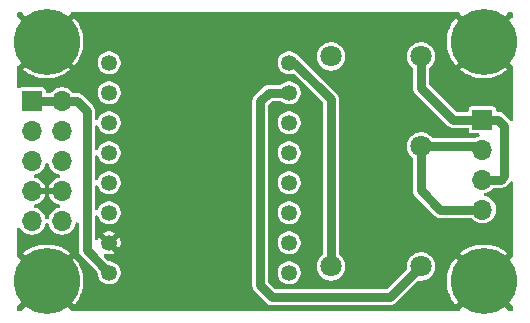
<source format=gbr>
%TF.GenerationSoftware,KiCad,Pcbnew,9.0.0*%
%TF.CreationDate,2025-07-05T14:51:00+02:00*%
%TF.ProjectId,pc-switch,70632d73-7769-4746-9368-2e6b69636164,rev?*%
%TF.SameCoordinates,Original*%
%TF.FileFunction,Copper,L1,Top*%
%TF.FilePolarity,Positive*%
%FSLAX46Y46*%
G04 Gerber Fmt 4.6, Leading zero omitted, Abs format (unit mm)*
G04 Created by KiCad (PCBNEW 9.0.0) date 2025-07-05 14:51:00*
%MOMM*%
%LPD*%
G01*
G04 APERTURE LIST*
%TA.AperFunction,ComponentPad*%
%ADD10R,1.700000X1.700000*%
%TD*%
%TA.AperFunction,ComponentPad*%
%ADD11O,1.700000X1.700000*%
%TD*%
%TA.AperFunction,ComponentPad*%
%ADD12C,5.600000*%
%TD*%
%TA.AperFunction,ComponentPad*%
%ADD13C,1.803400*%
%TD*%
%TA.AperFunction,ComponentPad*%
%ADD14C,1.348000*%
%TD*%
%TA.AperFunction,ViaPad*%
%ADD15C,0.600000*%
%TD*%
%TA.AperFunction,Conductor*%
%ADD16C,0.750000*%
%TD*%
G04 APERTURE END LIST*
D10*
%TO.P,J103,1,Pin_1*%
%TO.N,/SW_1*%
X153750000Y-83300000D03*
D11*
%TO.P,J103,2,Pin_2*%
%TO.N,/SW_0*%
X153750000Y-85840000D03*
%TO.P,J103,3,Pin_3*%
%TO.N,/SW_1*%
X153750000Y-88380000D03*
%TO.P,J103,4,Pin_4*%
%TO.N,/SW_0*%
X153750000Y-90920000D03*
%TD*%
D12*
%TO.P,H103,1,1*%
%TO.N,GND*%
X153850000Y-97000000D03*
%TD*%
%TO.P,H104,1,1*%
%TO.N,GND*%
X116850000Y-97000000D03*
%TD*%
%TO.P,H102,1,1*%
%TO.N,GND*%
X153850000Y-76700000D03*
%TD*%
%TO.P,H101,1,1*%
%TO.N,GND*%
X116850000Y-76700000D03*
%TD*%
D13*
%TO.P,U102,1,A1*%
%TO.N,Net-(U101-GPIO20)*%
X148552001Y-95735100D03*
%TO.P,U102,3,11*%
%TO.N,/SW_0*%
X148552001Y-85575100D03*
%TO.P,U102,5,14*%
%TO.N,/SW_1*%
X148552001Y-77955099D03*
%TO.P,U102,2,A2*%
%TO.N,Net-(U101-GPIO21)*%
X140932001Y-95735100D03*
%TO.P,U102,4,12*%
%TO.N,unconnected-(U102-12-Pad4)*%
X140932001Y-77955100D03*
%TD*%
D14*
%TO.P,U101,5,GPIO5*%
%TO.N,unconnected-(U101-GPIO5-Pad5)*%
X137380000Y-96270000D03*
%TO.P,U101,6,GPIO6*%
%TO.N,unconnected-(U101-GPIO6-Pad6)*%
X137380000Y-93730000D03*
%TO.P,U101,7,GPIO7*%
%TO.N,unconnected-(U101-GPIO7-Pad7)*%
X137380000Y-91190000D03*
%TO.P,U101,8,GPIO8*%
%TO.N,unconnected-(U101-GPIO8-Pad8)*%
X137380000Y-88650000D03*
%TO.P,U101,9,GPIO9*%
%TO.N,unconnected-(U101-GPIO9-Pad9)*%
X137380000Y-86110000D03*
%TO.P,U101,10,GPIO10*%
%TO.N,unconnected-(U101-GPIO10-Pad10)*%
X137380000Y-83570000D03*
%TO.P,U101,20,GPIO20*%
%TO.N,Net-(U101-GPIO20)*%
X137380000Y-81030000D03*
%TO.P,U101,21,GPIO21*%
%TO.N,Net-(U101-GPIO21)*%
X137380000Y-78490000D03*
%TO.P,U101,0,GPIO0*%
%TO.N,unconnected-(U101-GPIO0-Pad0)*%
X122140000Y-78490000D03*
%TO.P,U101,1,GPIO1*%
%TO.N,unconnected-(U101-GPIO1-Pad1)*%
X122140000Y-81030000D03*
%TO.P,U101,2,GPIO2*%
%TO.N,unconnected-(U101-GPIO2-Pad2)*%
X122140000Y-83570000D03*
%TO.P,U101,3,GPIO3*%
%TO.N,unconnected-(U101-GPIO3-Pad3)*%
X122140000Y-86110000D03*
%TO.P,U101,4,GPIO4*%
%TO.N,unconnected-(U101-GPIO4-Pad4)*%
X122140000Y-88650000D03*
%TO.P,U101,3.3,3V3*%
%TO.N,+3V3*%
X122140000Y-91190000D03*
%TO.P,U101,G,GND*%
%TO.N,GND*%
X122140000Y-93730000D03*
%TO.P,U101,5V,5V*%
%TO.N,+5V*%
X122140000Y-96270000D03*
%TD*%
D10*
%TO.P,J104,1,Pin_1*%
%TO.N,+5V*%
X115610000Y-81730000D03*
D11*
%TO.P,J104,2,Pin_2*%
X118150000Y-81730000D03*
%TO.P,J104,3,Pin_3*%
%TO.N,unconnected-(J104-Pin_3-Pad3)*%
X115610000Y-84270000D03*
%TO.P,J104,4,Pin_4*%
%TO.N,unconnected-(J104-Pin_4-Pad4)*%
X118150000Y-84270000D03*
%TO.P,J104,5,Pin_5*%
%TO.N,unconnected-(J104-Pin_5-Pad5)*%
X115610000Y-86810000D03*
%TO.P,J104,6,Pin_6*%
%TO.N,unconnected-(J104-Pin_6-Pad6)*%
X118150000Y-86810000D03*
%TO.P,J104,7,Pin_7*%
%TO.N,GND*%
X115610000Y-89350000D03*
%TO.P,J104,8,Pin_8*%
X118150000Y-89350000D03*
%TO.P,J104,9,Pin_9*%
%TO.N,unconnected-(J104-Pin_9-Pad9)*%
X115610000Y-91890000D03*
%TO.P,J104,10,Pin_10*%
%TO.N,unconnected-(J104-Pin_10-Pad10)*%
X118150000Y-91890000D03*
%TD*%
D15*
%TO.N,GND*%
X136150000Y-90000000D03*
X136200000Y-84800000D03*
%TD*%
D16*
%TO.N,/SW_0*%
X153720000Y-90950000D02*
X153750000Y-90920000D01*
X148552001Y-89302001D02*
X150200000Y-90950000D01*
X148552001Y-85575100D02*
X148552001Y-89302001D01*
X150200000Y-90950000D02*
X153720000Y-90950000D01*
%TO.N,/SW_1*%
X155600000Y-88100000D02*
X155600000Y-83850000D01*
X155320000Y-88380000D02*
X155600000Y-88100000D01*
X155600000Y-83850000D02*
X155050000Y-83300000D01*
X153750000Y-88380000D02*
X155320000Y-88380000D01*
X155050000Y-83300000D02*
X153750000Y-83300000D01*
%TO.N,/SW_0*%
X153485100Y-85575100D02*
X153750000Y-85840000D01*
X148552001Y-85575100D02*
X153485100Y-85575100D01*
%TO.N,/SW_1*%
X153750000Y-83300000D02*
X151250000Y-83300000D01*
X151250000Y-83300000D02*
X148552001Y-80602001D01*
X148552001Y-80602001D02*
X148552001Y-77955099D01*
%TO.N,Net-(U101-GPIO20)*%
X135670000Y-81030000D02*
X137380000Y-81030000D01*
X134950000Y-81750000D02*
X135670000Y-81030000D01*
X134950000Y-97350000D02*
X134950000Y-81750000D01*
X135950000Y-98350000D02*
X134950000Y-97350000D01*
X145937101Y-98350000D02*
X135950000Y-98350000D01*
X148552001Y-95735100D02*
X145937101Y-98350000D01*
%TO.N,Net-(U101-GPIO21)*%
X140932001Y-81582001D02*
X137840000Y-78490000D01*
X140932001Y-95735100D02*
X140932001Y-81582001D01*
X137840000Y-78490000D02*
X137380000Y-78490000D01*
%TO.N,+5V*%
X120250000Y-82550000D02*
X120250000Y-94380000D01*
X119430000Y-81730000D02*
X120250000Y-82550000D01*
X120250000Y-94380000D02*
X122140000Y-96270000D01*
X118150000Y-81730000D02*
X119430000Y-81730000D01*
X115610000Y-81730000D02*
X118150000Y-81730000D01*
%TD*%
%TA.AperFunction,Conductor*%
%TO.N,GND*%
G36*
X115629588Y-98042330D02*
G01*
X115807670Y-98220412D01*
X115909300Y-98294251D01*
X114835045Y-99368506D01*
X114830933Y-99383850D01*
X114823882Y-99417647D01*
X114821020Y-99420849D01*
X114819908Y-99425000D01*
X114795492Y-99449415D01*
X114772489Y-99475157D01*
X114768408Y-99476499D01*
X114765370Y-99479538D01*
X114732022Y-99488473D01*
X114699225Y-99499266D01*
X114690870Y-99499500D01*
X114499500Y-99499500D01*
X114425000Y-99479538D01*
X114370462Y-99425000D01*
X114350500Y-99350500D01*
X114350500Y-99159129D01*
X114370462Y-99084629D01*
X114425000Y-99030091D01*
X114481491Y-99014954D01*
X115555747Y-97940697D01*
X115629588Y-98042330D01*
G37*
%TD.AperFunction*%
%TA.AperFunction,Conductor*%
G36*
X151765370Y-74220462D02*
G01*
X151819908Y-74275000D01*
X151835044Y-74331491D01*
X152909301Y-75405748D01*
X152807670Y-75479588D01*
X152629588Y-75657670D01*
X152555748Y-75759301D01*
X151487240Y-74690793D01*
X151487239Y-74690793D01*
X151317774Y-74903294D01*
X151132532Y-75198107D01*
X150981462Y-75511806D01*
X150981459Y-75511815D01*
X150866461Y-75840461D01*
X150866460Y-75840463D01*
X150788984Y-76179907D01*
X150750000Y-76525908D01*
X150750000Y-76874091D01*
X150788984Y-77220092D01*
X150866460Y-77559536D01*
X150866461Y-77559538D01*
X150981459Y-77888184D01*
X150981462Y-77888193D01*
X151132532Y-78201892D01*
X151317775Y-78496706D01*
X151487240Y-78709205D01*
X152555747Y-77640697D01*
X152629588Y-77742330D01*
X152807670Y-77920412D01*
X152909300Y-77994251D01*
X151840793Y-79062758D01*
X151840793Y-79062759D01*
X152053293Y-79232224D01*
X152348107Y-79417467D01*
X152661806Y-79568537D01*
X152661815Y-79568540D01*
X152990461Y-79683538D01*
X152990463Y-79683539D01*
X153329907Y-79761015D01*
X153675908Y-79800000D01*
X154024092Y-79800000D01*
X154370092Y-79761015D01*
X154709536Y-79683539D01*
X154709538Y-79683538D01*
X155038184Y-79568540D01*
X155038193Y-79568537D01*
X155351892Y-79417467D01*
X155646706Y-79232224D01*
X155859205Y-79062759D01*
X155859205Y-79062758D01*
X154790698Y-77994251D01*
X154892330Y-77920412D01*
X155070412Y-77742330D01*
X155144251Y-77640698D01*
X156219656Y-78716103D01*
X156267647Y-78726117D01*
X156325157Y-78777510D01*
X156349266Y-78850774D01*
X156349500Y-78859129D01*
X156349500Y-83284481D01*
X156329538Y-83358981D01*
X156275000Y-83413519D01*
X156200500Y-83433481D01*
X156126000Y-83413519D01*
X156095141Y-83389840D01*
X155480609Y-82775308D01*
X155480606Y-82775305D01*
X155443727Y-82750663D01*
X155369973Y-82701382D01*
X155369964Y-82701377D01*
X155272494Y-82661004D01*
X155247036Y-82650459D01*
X155247034Y-82650458D01*
X155247033Y-82650458D01*
X155116531Y-82624500D01*
X155049499Y-82624500D01*
X154974999Y-82604538D01*
X154920461Y-82550000D01*
X154900499Y-82475500D01*
X154900499Y-82405133D01*
X154897585Y-82380010D01*
X154897584Y-82380008D01*
X154852206Y-82277235D01*
X154772765Y-82197794D01*
X154772764Y-82197793D01*
X154669994Y-82152416D01*
X154669991Y-82152415D01*
X154669982Y-82152414D01*
X154644865Y-82149500D01*
X154644859Y-82149500D01*
X152855133Y-82149500D01*
X152830010Y-82152414D01*
X152830007Y-82152415D01*
X152727235Y-82197793D01*
X152647793Y-82277235D01*
X152602416Y-82380005D01*
X152602415Y-82380008D01*
X152602415Y-82380009D01*
X152599500Y-82405135D01*
X152599500Y-82405136D01*
X152599500Y-82405140D01*
X152599500Y-82475500D01*
X152579538Y-82550000D01*
X152525000Y-82604538D01*
X152450500Y-82624500D01*
X151591519Y-82624500D01*
X151517019Y-82604538D01*
X151486160Y-82580859D01*
X149271142Y-80365841D01*
X149232578Y-80299046D01*
X149227501Y-80260482D01*
X149227501Y-79026238D01*
X149235530Y-78996272D01*
X149240383Y-78965634D01*
X149245399Y-78959439D01*
X149247463Y-78951738D01*
X149288918Y-78905696D01*
X149335181Y-78872085D01*
X149468987Y-78738279D01*
X149580214Y-78585189D01*
X149666123Y-78416583D01*
X149724598Y-78236615D01*
X149754201Y-78049714D01*
X149754201Y-77860484D01*
X149724598Y-77673583D01*
X149666123Y-77493615D01*
X149580214Y-77325009D01*
X149468987Y-77171919D01*
X149335181Y-77038113D01*
X149182091Y-76926886D01*
X149013485Y-76840977D01*
X149013480Y-76840975D01*
X149013475Y-76840973D01*
X148833519Y-76782502D01*
X148780116Y-76774044D01*
X148646616Y-76752899D01*
X148457386Y-76752899D01*
X148340572Y-76771400D01*
X148270482Y-76782502D01*
X148090526Y-76840973D01*
X148090511Y-76840980D01*
X147921909Y-76926887D01*
X147768830Y-77038106D01*
X147768829Y-77038107D01*
X147768821Y-77038113D01*
X147635015Y-77171919D01*
X147635012Y-77171922D01*
X147635008Y-77171928D01*
X147523789Y-77325007D01*
X147437882Y-77493609D01*
X147437875Y-77493624D01*
X147379404Y-77673580D01*
X147369984Y-77733054D01*
X147349801Y-77860484D01*
X147349801Y-78049714D01*
X147370877Y-78182779D01*
X147379404Y-78236617D01*
X147437875Y-78416573D01*
X147437877Y-78416578D01*
X147437879Y-78416583D01*
X147523788Y-78585189D01*
X147635015Y-78738279D01*
X147768821Y-78872085D01*
X147768824Y-78872087D01*
X147768826Y-78872089D01*
X147815080Y-78905694D01*
X147863619Y-78965633D01*
X147876501Y-79026238D01*
X147876501Y-80668532D01*
X147902459Y-80799034D01*
X147953378Y-80921965D01*
X147953383Y-80921974D01*
X147961435Y-80934024D01*
X148027306Y-81032607D01*
X150725305Y-83730606D01*
X150819394Y-83824695D01*
X150892984Y-83873866D01*
X150930029Y-83898619D01*
X150930028Y-83898619D01*
X150960607Y-83911285D01*
X151052964Y-83949541D01*
X151183469Y-83975500D01*
X151316531Y-83975500D01*
X152450501Y-83975500D01*
X152525001Y-83995462D01*
X152579539Y-84050000D01*
X152599501Y-84124500D01*
X152599501Y-84194866D01*
X152602414Y-84219989D01*
X152602415Y-84219992D01*
X152647793Y-84322764D01*
X152647794Y-84322765D01*
X152727235Y-84402206D01*
X152830009Y-84447585D01*
X152855135Y-84450500D01*
X153362596Y-84450499D01*
X153437094Y-84470461D01*
X153491632Y-84524999D01*
X153511594Y-84599499D01*
X153491632Y-84673999D01*
X153437094Y-84728537D01*
X153408638Y-84741206D01*
X153308364Y-84773786D01*
X153308363Y-84773787D01*
X153147004Y-84856005D01*
X153146997Y-84856009D01*
X153126166Y-84871144D01*
X153054161Y-84898784D01*
X153038587Y-84899600D01*
X149623141Y-84899600D01*
X149548641Y-84879638D01*
X149502598Y-84838181D01*
X149497898Y-84831712D01*
X149468987Y-84791920D01*
X149335181Y-84658114D01*
X149182091Y-84546887D01*
X149013485Y-84460978D01*
X149013480Y-84460976D01*
X149013475Y-84460974D01*
X148833519Y-84402503D01*
X148780116Y-84394045D01*
X148646616Y-84372900D01*
X148457386Y-84372900D01*
X148340572Y-84391401D01*
X148270482Y-84402503D01*
X148090526Y-84460974D01*
X148090511Y-84460981D01*
X147921909Y-84546888D01*
X147768830Y-84658107D01*
X147768819Y-84658116D01*
X147635017Y-84791918D01*
X147635008Y-84791929D01*
X147523789Y-84945008D01*
X147437882Y-85113610D01*
X147437875Y-85113625D01*
X147379404Y-85293581D01*
X147372652Y-85336211D01*
X147349801Y-85480485D01*
X147349801Y-85669715D01*
X147361963Y-85746499D01*
X147379404Y-85856618D01*
X147437875Y-86036574D01*
X147437877Y-86036579D01*
X147437879Y-86036584D01*
X147523788Y-86205190D01*
X147635015Y-86358280D01*
X147768821Y-86492086D01*
X147768824Y-86492088D01*
X147768826Y-86492090D01*
X147815080Y-86525695D01*
X147863619Y-86585634D01*
X147876501Y-86646239D01*
X147876501Y-89368532D01*
X147902459Y-89499034D01*
X147953378Y-89621965D01*
X147953383Y-89621974D01*
X147976792Y-89657007D01*
X148027306Y-89732607D01*
X149675305Y-91380606D01*
X149769394Y-91474695D01*
X149880031Y-91548620D01*
X149916037Y-91563534D01*
X150002964Y-91599541D01*
X150133469Y-91625500D01*
X152766728Y-91625500D01*
X152841228Y-91645462D01*
X152872087Y-91669141D01*
X152872447Y-91669501D01*
X153000499Y-91797553D01*
X153147006Y-91903996D01*
X153308361Y-91986211D01*
X153480591Y-92042171D01*
X153659454Y-92070500D01*
X153659458Y-92070500D01*
X153840542Y-92070500D01*
X153840546Y-92070500D01*
X154019409Y-92042171D01*
X154191639Y-91986211D01*
X154352994Y-91903996D01*
X154499501Y-91797553D01*
X154627553Y-91669501D01*
X154733996Y-91522994D01*
X154816211Y-91361639D01*
X154872171Y-91189409D01*
X154900500Y-91010546D01*
X154900500Y-90829454D01*
X154872171Y-90650591D01*
X154816211Y-90478361D01*
X154733996Y-90317006D01*
X154627553Y-90170499D01*
X154499501Y-90042447D01*
X154352994Y-89936004D01*
X154191639Y-89853789D01*
X154019408Y-89797828D01*
X154015223Y-89797166D01*
X153944762Y-89765796D01*
X153899427Y-89703398D01*
X153891364Y-89626693D01*
X153922734Y-89556232D01*
X153985132Y-89510897D01*
X154015223Y-89502834D01*
X154015362Y-89502811D01*
X154019409Y-89502171D01*
X154191639Y-89446211D01*
X154352994Y-89363996D01*
X154499501Y-89257553D01*
X154627553Y-89129501D01*
X154636695Y-89116917D01*
X154696636Y-89068381D01*
X154757237Y-89055500D01*
X155386531Y-89055500D01*
X155517036Y-89029541D01*
X155639969Y-88978620D01*
X155750606Y-88904695D01*
X156095141Y-88560160D01*
X156161936Y-88521596D01*
X156239064Y-88521596D01*
X156305859Y-88560160D01*
X156344423Y-88626955D01*
X156349500Y-88665519D01*
X156349500Y-94840869D01*
X156329538Y-94915369D01*
X156275000Y-94969907D01*
X156218508Y-94985043D01*
X155144251Y-96059300D01*
X155070412Y-95957670D01*
X154892330Y-95779588D01*
X154790697Y-95705747D01*
X155859205Y-94637240D01*
X155859205Y-94637239D01*
X155646706Y-94467775D01*
X155351892Y-94282532D01*
X155038193Y-94131462D01*
X155038184Y-94131459D01*
X154709538Y-94016461D01*
X154709536Y-94016460D01*
X154370092Y-93938984D01*
X154024092Y-93900000D01*
X153675908Y-93900000D01*
X153329907Y-93938984D01*
X152990463Y-94016460D01*
X152990461Y-94016461D01*
X152661815Y-94131459D01*
X152661806Y-94131462D01*
X152348107Y-94282532D01*
X152053294Y-94467774D01*
X151840793Y-94637239D01*
X151840793Y-94637240D01*
X152909301Y-95705748D01*
X152807670Y-95779588D01*
X152629588Y-95957670D01*
X152555748Y-96059301D01*
X151487240Y-94990793D01*
X151487239Y-94990793D01*
X151317774Y-95203294D01*
X151132532Y-95498107D01*
X150981462Y-95811806D01*
X150981459Y-95811815D01*
X150866461Y-96140461D01*
X150866460Y-96140463D01*
X150788984Y-96479907D01*
X150750000Y-96825908D01*
X150750000Y-97174091D01*
X150788984Y-97520092D01*
X150866460Y-97859536D01*
X150866461Y-97859538D01*
X150981459Y-98188184D01*
X150981462Y-98188193D01*
X151132532Y-98501892D01*
X151317775Y-98796706D01*
X151487240Y-99009205D01*
X152555747Y-97940697D01*
X152629588Y-98042330D01*
X152807670Y-98220412D01*
X152909300Y-98294251D01*
X151833895Y-99369656D01*
X151823882Y-99417647D01*
X151772489Y-99475157D01*
X151699225Y-99499266D01*
X151690870Y-99499500D01*
X119009129Y-99499500D01*
X118934629Y-99479538D01*
X118880091Y-99425000D01*
X118864953Y-99368506D01*
X117790698Y-98294251D01*
X117892330Y-98220412D01*
X118070412Y-98042330D01*
X118144251Y-97940698D01*
X119212758Y-99009205D01*
X119212759Y-99009205D01*
X119382224Y-98796706D01*
X119567467Y-98501892D01*
X119718537Y-98188193D01*
X119718540Y-98188184D01*
X119833538Y-97859538D01*
X119833539Y-97859536D01*
X119911015Y-97520092D01*
X119950000Y-97174091D01*
X119950000Y-96825908D01*
X119911015Y-96479907D01*
X119833539Y-96140463D01*
X119833538Y-96140461D01*
X119718540Y-95811815D01*
X119718537Y-95811806D01*
X119567467Y-95498107D01*
X119382224Y-95203293D01*
X119212758Y-94990793D01*
X118144250Y-96059300D01*
X118070412Y-95957670D01*
X117892330Y-95779588D01*
X117790697Y-95705747D01*
X118859205Y-94637240D01*
X118859205Y-94637239D01*
X118646706Y-94467775D01*
X118351892Y-94282532D01*
X118038193Y-94131462D01*
X118038184Y-94131459D01*
X117709538Y-94016461D01*
X117709536Y-94016460D01*
X117370092Y-93938984D01*
X117024092Y-93900000D01*
X116675908Y-93900000D01*
X116329907Y-93938984D01*
X115990463Y-94016460D01*
X115990461Y-94016461D01*
X115661815Y-94131459D01*
X115661806Y-94131462D01*
X115348107Y-94282532D01*
X115053294Y-94467774D01*
X114840793Y-94637239D01*
X114840793Y-94637240D01*
X115909301Y-95705748D01*
X115807670Y-95779588D01*
X115629588Y-95957670D01*
X115555748Y-96059301D01*
X114481490Y-94985043D01*
X114466150Y-94980933D01*
X114432350Y-94973880D01*
X114429148Y-94971018D01*
X114425000Y-94969907D01*
X114400585Y-94945492D01*
X114374841Y-94922485D01*
X114373498Y-94918405D01*
X114370462Y-94915369D01*
X114361526Y-94882019D01*
X114350734Y-94849221D01*
X114350500Y-94840869D01*
X114350500Y-92571726D01*
X114370462Y-92497226D01*
X114425000Y-92442688D01*
X114499500Y-92422726D01*
X114574000Y-92442688D01*
X114621536Y-92489003D01*
X114622563Y-92488258D01*
X114626004Y-92492994D01*
X114732447Y-92639501D01*
X114860499Y-92767553D01*
X115007006Y-92873996D01*
X115168361Y-92956211D01*
X115340591Y-93012171D01*
X115519454Y-93040500D01*
X115519458Y-93040500D01*
X115700542Y-93040500D01*
X115700546Y-93040500D01*
X115879409Y-93012171D01*
X116051639Y-92956211D01*
X116212994Y-92873996D01*
X116359501Y-92767553D01*
X116487553Y-92639501D01*
X116593996Y-92492994D01*
X116676211Y-92331639D01*
X116732171Y-92159409D01*
X116732834Y-92155223D01*
X116764204Y-92084762D01*
X116826602Y-92039427D01*
X116903307Y-92031364D01*
X116973768Y-92062734D01*
X117019103Y-92125132D01*
X117027166Y-92155223D01*
X117027828Y-92159408D01*
X117083789Y-92331639D01*
X117163970Y-92489003D01*
X117166005Y-92492995D01*
X117166005Y-92492996D01*
X117219225Y-92566247D01*
X117272447Y-92639501D01*
X117400499Y-92767553D01*
X117547006Y-92873996D01*
X117708361Y-92956211D01*
X117880591Y-93012171D01*
X118059454Y-93040500D01*
X118059458Y-93040500D01*
X118240542Y-93040500D01*
X118240546Y-93040500D01*
X118419409Y-93012171D01*
X118591639Y-92956211D01*
X118752994Y-92873996D01*
X118899501Y-92767553D01*
X119027553Y-92639501D01*
X119133996Y-92492994D01*
X119216211Y-92331639D01*
X119272171Y-92159409D01*
X119278334Y-92120493D01*
X119309705Y-92050035D01*
X119372102Y-92004700D01*
X119448808Y-91996637D01*
X119519268Y-92028008D01*
X119564603Y-92090405D01*
X119574500Y-92143803D01*
X119574500Y-94446531D01*
X119599820Y-94573827D01*
X119600459Y-94577036D01*
X119607135Y-94593152D01*
X119651377Y-94699964D01*
X119651382Y-94699973D01*
X119678047Y-94739879D01*
X119725305Y-94810606D01*
X119725308Y-94810609D01*
X121121859Y-96207160D01*
X121160423Y-96273955D01*
X121165500Y-96312519D01*
X121165500Y-96365983D01*
X121202949Y-96554250D01*
X121202950Y-96554252D01*
X121276405Y-96731591D01*
X121276409Y-96731599D01*
X121297598Y-96763311D01*
X121383057Y-96891207D01*
X121518793Y-97026943D01*
X121678401Y-97133591D01*
X121855749Y-97207050D01*
X122044020Y-97244500D01*
X122044024Y-97244500D01*
X122235976Y-97244500D01*
X122235980Y-97244500D01*
X122424251Y-97207050D01*
X122601599Y-97133591D01*
X122761207Y-97026943D01*
X122896943Y-96891207D01*
X123003591Y-96731599D01*
X123077050Y-96554251D01*
X123114500Y-96365980D01*
X123114500Y-96174020D01*
X123077050Y-95985749D01*
X123030733Y-95873929D01*
X123003594Y-95808408D01*
X123003593Y-95808406D01*
X123003591Y-95808401D01*
X122896943Y-95648793D01*
X122761207Y-95513057D01*
X122672200Y-95453584D01*
X122601599Y-95406409D01*
X122601591Y-95406405D01*
X122424252Y-95332950D01*
X122424250Y-95332949D01*
X122235983Y-95295500D01*
X122235980Y-95295500D01*
X122182519Y-95295500D01*
X122108019Y-95275538D01*
X122077160Y-95251859D01*
X121748804Y-94923503D01*
X121710240Y-94856708D01*
X121710240Y-94779580D01*
X121748804Y-94712785D01*
X121815599Y-94674221D01*
X121883232Y-94672007D01*
X122044070Y-94704000D01*
X122235931Y-94704000D01*
X122424102Y-94666570D01*
X122424106Y-94666569D01*
X122601352Y-94593152D01*
X122601362Y-94593147D01*
X122630274Y-94573827D01*
X122204089Y-94147643D01*
X122302114Y-94121378D01*
X122397886Y-94066084D01*
X122476084Y-93987886D01*
X122531378Y-93892114D01*
X122557643Y-93794090D01*
X122983827Y-94220274D01*
X123003147Y-94191362D01*
X123003152Y-94191352D01*
X123076569Y-94014106D01*
X123076570Y-94014102D01*
X123114000Y-93825931D01*
X123114000Y-93634068D01*
X123076570Y-93445897D01*
X123076569Y-93445893D01*
X123003150Y-93268641D01*
X122983827Y-93239724D01*
X122557642Y-93665908D01*
X122531378Y-93567886D01*
X122476084Y-93472114D01*
X122397886Y-93393916D01*
X122302114Y-93338622D01*
X122204089Y-93312356D01*
X122630274Y-92886171D01*
X122630274Y-92886170D01*
X122601364Y-92866852D01*
X122424102Y-92793429D01*
X122235931Y-92756000D01*
X122044069Y-92756000D01*
X121855897Y-92793429D01*
X121678640Y-92866851D01*
X121678630Y-92866856D01*
X121649724Y-92886170D01*
X122075910Y-93312356D01*
X121977886Y-93338622D01*
X121882114Y-93393916D01*
X121803916Y-93472114D01*
X121748622Y-93567886D01*
X121722356Y-93665910D01*
X121296170Y-93239724D01*
X121276856Y-93268630D01*
X121276851Y-93268640D01*
X121212158Y-93424824D01*
X121165206Y-93486014D01*
X121093949Y-93515529D01*
X121017480Y-93505462D01*
X120956290Y-93458510D01*
X120926775Y-93387253D01*
X120925500Y-93367804D01*
X120925500Y-91553500D01*
X120945462Y-91479000D01*
X121000000Y-91424462D01*
X121074500Y-91404500D01*
X121149000Y-91424462D01*
X121203538Y-91479000D01*
X121212158Y-91496481D01*
X121276405Y-91651591D01*
X121276409Y-91651599D01*
X121375203Y-91799454D01*
X121383057Y-91811207D01*
X121518793Y-91946943D01*
X121678401Y-92053591D01*
X121855749Y-92127050D01*
X122044020Y-92164500D01*
X122044024Y-92164500D01*
X122235976Y-92164500D01*
X122235980Y-92164500D01*
X122424251Y-92127050D01*
X122601599Y-92053591D01*
X122761207Y-91946943D01*
X122896943Y-91811207D01*
X123003591Y-91651599D01*
X123077050Y-91474251D01*
X123114500Y-91285980D01*
X123114500Y-91094020D01*
X123077050Y-90905749D01*
X123003591Y-90728401D01*
X122896943Y-90568793D01*
X122761207Y-90433057D01*
X122601599Y-90326409D01*
X122601591Y-90326405D01*
X122424252Y-90252950D01*
X122424250Y-90252949D01*
X122235983Y-90215500D01*
X122235980Y-90215500D01*
X122044020Y-90215500D01*
X122044016Y-90215500D01*
X121855749Y-90252949D01*
X121855747Y-90252950D01*
X121678408Y-90326405D01*
X121678400Y-90326409D01*
X121518796Y-90433054D01*
X121518791Y-90433058D01*
X121383058Y-90568791D01*
X121383054Y-90568796D01*
X121276409Y-90728400D01*
X121276405Y-90728408D01*
X121212158Y-90883518D01*
X121165206Y-90944708D01*
X121093949Y-90974224D01*
X121017481Y-90964157D01*
X120956291Y-90917205D01*
X120926775Y-90845948D01*
X120925500Y-90826499D01*
X120925500Y-89013500D01*
X120945462Y-88939000D01*
X121000000Y-88884462D01*
X121074500Y-88864500D01*
X121149000Y-88884462D01*
X121203538Y-88939000D01*
X121212158Y-88956481D01*
X121276405Y-89111591D01*
X121276409Y-89111599D01*
X121373933Y-89257553D01*
X121383057Y-89271207D01*
X121518793Y-89406943D01*
X121678401Y-89513591D01*
X121855749Y-89587050D01*
X122044020Y-89624500D01*
X122044024Y-89624500D01*
X122235976Y-89624500D01*
X122235980Y-89624500D01*
X122424251Y-89587050D01*
X122601599Y-89513591D01*
X122761207Y-89406943D01*
X122896943Y-89271207D01*
X123003591Y-89111599D01*
X123077050Y-88934251D01*
X123114500Y-88745980D01*
X123114500Y-88554020D01*
X123077050Y-88365749D01*
X123003591Y-88188401D01*
X122896943Y-88028793D01*
X122761207Y-87893057D01*
X122735995Y-87876211D01*
X122601599Y-87786409D01*
X122601591Y-87786405D01*
X122424252Y-87712950D01*
X122424250Y-87712949D01*
X122235983Y-87675500D01*
X122235980Y-87675500D01*
X122044020Y-87675500D01*
X122044016Y-87675500D01*
X121855749Y-87712949D01*
X121855747Y-87712950D01*
X121678408Y-87786405D01*
X121678400Y-87786409D01*
X121518796Y-87893054D01*
X121518791Y-87893058D01*
X121383058Y-88028791D01*
X121383054Y-88028796D01*
X121276409Y-88188400D01*
X121276405Y-88188408D01*
X121212158Y-88343518D01*
X121165206Y-88404708D01*
X121093949Y-88434224D01*
X121017481Y-88424157D01*
X120956291Y-88377205D01*
X120926775Y-88305948D01*
X120925500Y-88286499D01*
X120925500Y-86473500D01*
X120945462Y-86399000D01*
X121000000Y-86344462D01*
X121074500Y-86324500D01*
X121149000Y-86344462D01*
X121203538Y-86399000D01*
X121212158Y-86416481D01*
X121276405Y-86571591D01*
X121276409Y-86571599D01*
X121375203Y-86719454D01*
X121383057Y-86731207D01*
X121518793Y-86866943D01*
X121678401Y-86973591D01*
X121855749Y-87047050D01*
X122044020Y-87084500D01*
X122044024Y-87084500D01*
X122235976Y-87084500D01*
X122235980Y-87084500D01*
X122424251Y-87047050D01*
X122601599Y-86973591D01*
X122761207Y-86866943D01*
X122896943Y-86731207D01*
X123003591Y-86571599D01*
X123077050Y-86394251D01*
X123114500Y-86205980D01*
X123114500Y-86014020D01*
X123077050Y-85825749D01*
X123016308Y-85679104D01*
X123003594Y-85648408D01*
X123003593Y-85648406D01*
X123003591Y-85648401D01*
X122896943Y-85488793D01*
X122761207Y-85353057D01*
X122735995Y-85336211D01*
X122601599Y-85246409D01*
X122601591Y-85246405D01*
X122424252Y-85172950D01*
X122424250Y-85172949D01*
X122235983Y-85135500D01*
X122235980Y-85135500D01*
X122044020Y-85135500D01*
X122044016Y-85135500D01*
X121855749Y-85172949D01*
X121855747Y-85172950D01*
X121678408Y-85246405D01*
X121678400Y-85246409D01*
X121518796Y-85353054D01*
X121518791Y-85353058D01*
X121383058Y-85488791D01*
X121383054Y-85488796D01*
X121276409Y-85648400D01*
X121276405Y-85648408D01*
X121212158Y-85803518D01*
X121165206Y-85864708D01*
X121093949Y-85894224D01*
X121017481Y-85884157D01*
X120956291Y-85837205D01*
X120926775Y-85765948D01*
X120925500Y-85746499D01*
X120925500Y-83933500D01*
X120945462Y-83859000D01*
X121000000Y-83804462D01*
X121074500Y-83784500D01*
X121149000Y-83804462D01*
X121203538Y-83859000D01*
X121212158Y-83876481D01*
X121276405Y-84031591D01*
X121276409Y-84031599D01*
X121375203Y-84179454D01*
X121383057Y-84191207D01*
X121518793Y-84326943D01*
X121678401Y-84433591D01*
X121678406Y-84433593D01*
X121678408Y-84433594D01*
X121712186Y-84447585D01*
X121855749Y-84507050D01*
X122044020Y-84544500D01*
X122044024Y-84544500D01*
X122235976Y-84544500D01*
X122235980Y-84544500D01*
X122424251Y-84507050D01*
X122601599Y-84433591D01*
X122761207Y-84326943D01*
X122896943Y-84191207D01*
X123003591Y-84031599D01*
X123077050Y-83854251D01*
X123114500Y-83665980D01*
X123114500Y-83474020D01*
X123077050Y-83285749D01*
X123003591Y-83108401D01*
X122896943Y-82948793D01*
X122761207Y-82813057D01*
X122747221Y-82803712D01*
X122601599Y-82706409D01*
X122601591Y-82706405D01*
X122424252Y-82632950D01*
X122424250Y-82632949D01*
X122235983Y-82595500D01*
X122235980Y-82595500D01*
X122044020Y-82595500D01*
X122044016Y-82595500D01*
X121855749Y-82632949D01*
X121855747Y-82632950D01*
X121678408Y-82706405D01*
X121678400Y-82706409D01*
X121518796Y-82813054D01*
X121518791Y-82813058D01*
X121383058Y-82948791D01*
X121383054Y-82948796D01*
X121276409Y-83108400D01*
X121276405Y-83108408D01*
X121212158Y-83263518D01*
X121165206Y-83324708D01*
X121093949Y-83354224D01*
X121017481Y-83344157D01*
X120956291Y-83297205D01*
X120926775Y-83225948D01*
X120925500Y-83206499D01*
X120925500Y-82483473D01*
X120925499Y-82483465D01*
X120924710Y-82479501D01*
X120899540Y-82352964D01*
X120848620Y-82230031D01*
X120774695Y-82119394D01*
X120680606Y-82025305D01*
X119860606Y-81205305D01*
X119823727Y-81180663D01*
X119749973Y-81131382D01*
X119749964Y-81131377D01*
X119652494Y-81091004D01*
X119627036Y-81080459D01*
X119627034Y-81080458D01*
X119627033Y-81080458D01*
X119588718Y-81072837D01*
X119496531Y-81054500D01*
X119157237Y-81054500D01*
X119082737Y-81034538D01*
X119036695Y-80993082D01*
X119027557Y-80980505D01*
X119027553Y-80980499D01*
X118981070Y-80934016D01*
X121165500Y-80934016D01*
X121165500Y-81125983D01*
X121202949Y-81314250D01*
X121202950Y-81314252D01*
X121276405Y-81491591D01*
X121276409Y-81491599D01*
X121383057Y-81651207D01*
X121518793Y-81786943D01*
X121678401Y-81893591D01*
X121855749Y-81967050D01*
X122044020Y-82004500D01*
X122044024Y-82004500D01*
X122235976Y-82004500D01*
X122235980Y-82004500D01*
X122424251Y-81967050D01*
X122601599Y-81893591D01*
X122761207Y-81786943D01*
X122864683Y-81683467D01*
X134274500Y-81683467D01*
X134274500Y-97416531D01*
X134300458Y-97547033D01*
X134351377Y-97669964D01*
X134351382Y-97669973D01*
X134400663Y-97743727D01*
X134425305Y-97780606D01*
X135425305Y-98780606D01*
X135519394Y-98874695D01*
X135630031Y-98948620D01*
X135666037Y-98963534D01*
X135752964Y-98999541D01*
X135883469Y-99025500D01*
X146003632Y-99025500D01*
X146134137Y-98999541D01*
X146257070Y-98948620D01*
X146367707Y-98874695D01*
X148272242Y-96970158D01*
X148339035Y-96931596D01*
X148400907Y-96928354D01*
X148457386Y-96937300D01*
X148646611Y-96937300D01*
X148646616Y-96937300D01*
X148833517Y-96907697D01*
X149013485Y-96849222D01*
X149182091Y-96763313D01*
X149335181Y-96652086D01*
X149468987Y-96518280D01*
X149580214Y-96365190D01*
X149666123Y-96196584D01*
X149724598Y-96016616D01*
X149754201Y-95829715D01*
X149754201Y-95640485D01*
X149724598Y-95453584D01*
X149673234Y-95295500D01*
X149666126Y-95273625D01*
X149666125Y-95273624D01*
X149666123Y-95273616D01*
X149580214Y-95105010D01*
X149468987Y-94951920D01*
X149335181Y-94818114D01*
X149182091Y-94706887D01*
X149013485Y-94620978D01*
X149013480Y-94620976D01*
X149013475Y-94620974D01*
X148833519Y-94562503D01*
X148780116Y-94554045D01*
X148646616Y-94532900D01*
X148457386Y-94532900D01*
X148340572Y-94551401D01*
X148270482Y-94562503D01*
X148090526Y-94620974D01*
X148090511Y-94620981D01*
X147921909Y-94706888D01*
X147768830Y-94818107D01*
X147768819Y-94818116D01*
X147635017Y-94951918D01*
X147635008Y-94951929D01*
X147523789Y-95105008D01*
X147437882Y-95273610D01*
X147437875Y-95273625D01*
X147379404Y-95453581D01*
X147379404Y-95453584D01*
X147349801Y-95640485D01*
X147349801Y-95640489D01*
X147349801Y-95829715D01*
X147358746Y-95886189D01*
X147350685Y-95962895D01*
X147316940Y-96014858D01*
X145700941Y-97630859D01*
X145634146Y-97669423D01*
X145595582Y-97674500D01*
X136291519Y-97674500D01*
X136217019Y-97654538D01*
X136186160Y-97630859D01*
X135669141Y-97113840D01*
X135630577Y-97047045D01*
X135625500Y-97008481D01*
X135625500Y-96174016D01*
X136405500Y-96174016D01*
X136405500Y-96365983D01*
X136442949Y-96554250D01*
X136442950Y-96554252D01*
X136516405Y-96731591D01*
X136516409Y-96731599D01*
X136537598Y-96763311D01*
X136623057Y-96891207D01*
X136758793Y-97026943D01*
X136918401Y-97133591D01*
X137095749Y-97207050D01*
X137284020Y-97244500D01*
X137284024Y-97244500D01*
X137475976Y-97244500D01*
X137475980Y-97244500D01*
X137664251Y-97207050D01*
X137841599Y-97133591D01*
X138001207Y-97026943D01*
X138136943Y-96891207D01*
X138243591Y-96731599D01*
X138317050Y-96554251D01*
X138354500Y-96365980D01*
X138354500Y-96174020D01*
X138317050Y-95985749D01*
X138270733Y-95873929D01*
X138243594Y-95808408D01*
X138243593Y-95808406D01*
X138243591Y-95808401D01*
X138136943Y-95648793D01*
X138001207Y-95513057D01*
X137912200Y-95453584D01*
X137841599Y-95406409D01*
X137841591Y-95406405D01*
X137664252Y-95332950D01*
X137664250Y-95332949D01*
X137475983Y-95295500D01*
X137475980Y-95295500D01*
X137284020Y-95295500D01*
X137284016Y-95295500D01*
X137095749Y-95332949D01*
X137095747Y-95332950D01*
X136918408Y-95406405D01*
X136918400Y-95406409D01*
X136758796Y-95513054D01*
X136758791Y-95513058D01*
X136623058Y-95648791D01*
X136623054Y-95648796D01*
X136516409Y-95808400D01*
X136516405Y-95808408D01*
X136442950Y-95985747D01*
X136442949Y-95985749D01*
X136405500Y-96174016D01*
X135625500Y-96174016D01*
X135625500Y-93634016D01*
X136405500Y-93634016D01*
X136405500Y-93825983D01*
X136442949Y-94014250D01*
X136442950Y-94014252D01*
X136516405Y-94191591D01*
X136516409Y-94191599D01*
X136623057Y-94351207D01*
X136758793Y-94486943D01*
X136918401Y-94593591D01*
X137095749Y-94667050D01*
X137284020Y-94704500D01*
X137284024Y-94704500D01*
X137475976Y-94704500D01*
X137475980Y-94704500D01*
X137664251Y-94667050D01*
X137841599Y-94593591D01*
X138001207Y-94486943D01*
X138136943Y-94351207D01*
X138243591Y-94191599D01*
X138317050Y-94014251D01*
X138354500Y-93825980D01*
X138354500Y-93634020D01*
X138317050Y-93445749D01*
X138260822Y-93310000D01*
X138243594Y-93268408D01*
X138243593Y-93268406D01*
X138243591Y-93268401D01*
X138136943Y-93108793D01*
X138001207Y-92973057D01*
X137975995Y-92956211D01*
X137841599Y-92866409D01*
X137841591Y-92866405D01*
X137664252Y-92792950D01*
X137664250Y-92792949D01*
X137475983Y-92755500D01*
X137475980Y-92755500D01*
X137284020Y-92755500D01*
X137284016Y-92755500D01*
X137095749Y-92792949D01*
X137095747Y-92792950D01*
X136918408Y-92866405D01*
X136918400Y-92866409D01*
X136758796Y-92973054D01*
X136758791Y-92973058D01*
X136623058Y-93108791D01*
X136623054Y-93108796D01*
X136516409Y-93268400D01*
X136516405Y-93268408D01*
X136442950Y-93445747D01*
X136442949Y-93445749D01*
X136405500Y-93634016D01*
X135625500Y-93634016D01*
X135625500Y-91094016D01*
X136405500Y-91094016D01*
X136405500Y-91285983D01*
X136442949Y-91474250D01*
X136442950Y-91474252D01*
X136516405Y-91651591D01*
X136516409Y-91651599D01*
X136615203Y-91799454D01*
X136623057Y-91811207D01*
X136758793Y-91946943D01*
X136918401Y-92053591D01*
X137095749Y-92127050D01*
X137284020Y-92164500D01*
X137284024Y-92164500D01*
X137475976Y-92164500D01*
X137475980Y-92164500D01*
X137664251Y-92127050D01*
X137841599Y-92053591D01*
X138001207Y-91946943D01*
X138136943Y-91811207D01*
X138243591Y-91651599D01*
X138317050Y-91474251D01*
X138354500Y-91285980D01*
X138354500Y-91094020D01*
X138317050Y-90905749D01*
X138243591Y-90728401D01*
X138136943Y-90568793D01*
X138001207Y-90433057D01*
X137841599Y-90326409D01*
X137841591Y-90326405D01*
X137664252Y-90252950D01*
X137664250Y-90252949D01*
X137475983Y-90215500D01*
X137475980Y-90215500D01*
X137284020Y-90215500D01*
X137284016Y-90215500D01*
X137095749Y-90252949D01*
X137095747Y-90252950D01*
X136918408Y-90326405D01*
X136918400Y-90326409D01*
X136758796Y-90433054D01*
X136758791Y-90433058D01*
X136623058Y-90568791D01*
X136623054Y-90568796D01*
X136516409Y-90728400D01*
X136516405Y-90728408D01*
X136442950Y-90905747D01*
X136442949Y-90905749D01*
X136405500Y-91094016D01*
X135625500Y-91094016D01*
X135625500Y-88554016D01*
X136405500Y-88554016D01*
X136405500Y-88745983D01*
X136442949Y-88934250D01*
X136442950Y-88934252D01*
X136516405Y-89111591D01*
X136516409Y-89111599D01*
X136613933Y-89257553D01*
X136623057Y-89271207D01*
X136758793Y-89406943D01*
X136918401Y-89513591D01*
X137095749Y-89587050D01*
X137284020Y-89624500D01*
X137284024Y-89624500D01*
X137475976Y-89624500D01*
X137475980Y-89624500D01*
X137664251Y-89587050D01*
X137841599Y-89513591D01*
X138001207Y-89406943D01*
X138136943Y-89271207D01*
X138243591Y-89111599D01*
X138317050Y-88934251D01*
X138354500Y-88745980D01*
X138354500Y-88554020D01*
X138317050Y-88365749D01*
X138243591Y-88188401D01*
X138136943Y-88028793D01*
X138001207Y-87893057D01*
X137975995Y-87876211D01*
X137841599Y-87786409D01*
X137841591Y-87786405D01*
X137664252Y-87712950D01*
X137664250Y-87712949D01*
X137475983Y-87675500D01*
X137475980Y-87675500D01*
X137284020Y-87675500D01*
X137284016Y-87675500D01*
X137095749Y-87712949D01*
X137095747Y-87712950D01*
X136918408Y-87786405D01*
X136918400Y-87786409D01*
X136758796Y-87893054D01*
X136758791Y-87893058D01*
X136623058Y-88028791D01*
X136623054Y-88028796D01*
X136516409Y-88188400D01*
X136516405Y-88188408D01*
X136442950Y-88365747D01*
X136442949Y-88365749D01*
X136405500Y-88554016D01*
X135625500Y-88554016D01*
X135625500Y-86014016D01*
X136405500Y-86014016D01*
X136405500Y-86205983D01*
X136442949Y-86394250D01*
X136442950Y-86394252D01*
X136516405Y-86571591D01*
X136516409Y-86571599D01*
X136615203Y-86719454D01*
X136623057Y-86731207D01*
X136758793Y-86866943D01*
X136918401Y-86973591D01*
X137095749Y-87047050D01*
X137284020Y-87084500D01*
X137284024Y-87084500D01*
X137475976Y-87084500D01*
X137475980Y-87084500D01*
X137664251Y-87047050D01*
X137841599Y-86973591D01*
X138001207Y-86866943D01*
X138136943Y-86731207D01*
X138243591Y-86571599D01*
X138317050Y-86394251D01*
X138354500Y-86205980D01*
X138354500Y-86014020D01*
X138317050Y-85825749D01*
X138256308Y-85679104D01*
X138243594Y-85648408D01*
X138243593Y-85648406D01*
X138243591Y-85648401D01*
X138136943Y-85488793D01*
X138001207Y-85353057D01*
X137975995Y-85336211D01*
X137841599Y-85246409D01*
X137841591Y-85246405D01*
X137664252Y-85172950D01*
X137664250Y-85172949D01*
X137475983Y-85135500D01*
X137475980Y-85135500D01*
X137284020Y-85135500D01*
X137284016Y-85135500D01*
X137095749Y-85172949D01*
X137095747Y-85172950D01*
X136918408Y-85246405D01*
X136918400Y-85246409D01*
X136758796Y-85353054D01*
X136758791Y-85353058D01*
X136623058Y-85488791D01*
X136623054Y-85488796D01*
X136516409Y-85648400D01*
X136516405Y-85648408D01*
X136442950Y-85825747D01*
X136442949Y-85825749D01*
X136405500Y-86014016D01*
X135625500Y-86014016D01*
X135625500Y-83474016D01*
X136405500Y-83474016D01*
X136405500Y-83665983D01*
X136442949Y-83854250D01*
X136442950Y-83854252D01*
X136516405Y-84031591D01*
X136516409Y-84031599D01*
X136615203Y-84179454D01*
X136623057Y-84191207D01*
X136758793Y-84326943D01*
X136918401Y-84433591D01*
X136918406Y-84433593D01*
X136918408Y-84433594D01*
X136952186Y-84447585D01*
X137095749Y-84507050D01*
X137284020Y-84544500D01*
X137284024Y-84544500D01*
X137475976Y-84544500D01*
X137475980Y-84544500D01*
X137664251Y-84507050D01*
X137841599Y-84433591D01*
X138001207Y-84326943D01*
X138136943Y-84191207D01*
X138243591Y-84031599D01*
X138317050Y-83854251D01*
X138354500Y-83665980D01*
X138354500Y-83474020D01*
X138317050Y-83285749D01*
X138243591Y-83108401D01*
X138136943Y-82948793D01*
X138001207Y-82813057D01*
X137987221Y-82803712D01*
X137841599Y-82706409D01*
X137841591Y-82706405D01*
X137664252Y-82632950D01*
X137664250Y-82632949D01*
X137475983Y-82595500D01*
X137475980Y-82595500D01*
X137284020Y-82595500D01*
X137284016Y-82595500D01*
X137095749Y-82632949D01*
X137095747Y-82632950D01*
X136918408Y-82706405D01*
X136918400Y-82706409D01*
X136758796Y-82813054D01*
X136758791Y-82813058D01*
X136623058Y-82948791D01*
X136623054Y-82948796D01*
X136516409Y-83108400D01*
X136516405Y-83108408D01*
X136442950Y-83285747D01*
X136442949Y-83285749D01*
X136405500Y-83474016D01*
X135625500Y-83474016D01*
X135625500Y-82091519D01*
X135645462Y-82017019D01*
X135669141Y-81986160D01*
X135906160Y-81749141D01*
X135972955Y-81710577D01*
X136011519Y-81705500D01*
X136615632Y-81705500D01*
X136690132Y-81725462D01*
X136720991Y-81749141D01*
X136758793Y-81786943D01*
X136918401Y-81893591D01*
X137095749Y-81967050D01*
X137284020Y-82004500D01*
X137284024Y-82004500D01*
X137475976Y-82004500D01*
X137475980Y-82004500D01*
X137664251Y-81967050D01*
X137841599Y-81893591D01*
X138001207Y-81786943D01*
X138136943Y-81651207D01*
X138243591Y-81491599D01*
X138317050Y-81314251D01*
X138354500Y-81125980D01*
X138354500Y-80934020D01*
X138317050Y-80745749D01*
X138243591Y-80568401D01*
X138136943Y-80408793D01*
X138001207Y-80273057D01*
X137982387Y-80260482D01*
X137841599Y-80166409D01*
X137841591Y-80166405D01*
X137664252Y-80092950D01*
X137664250Y-80092949D01*
X137475983Y-80055500D01*
X137475980Y-80055500D01*
X137284020Y-80055500D01*
X137284016Y-80055500D01*
X137095749Y-80092949D01*
X137095747Y-80092950D01*
X136918408Y-80166405D01*
X136918400Y-80166409D01*
X136758796Y-80273054D01*
X136758791Y-80273058D01*
X136720991Y-80310859D01*
X136654196Y-80349423D01*
X136615632Y-80354500D01*
X135603469Y-80354500D01*
X135472965Y-80380458D01*
X135472963Y-80380459D01*
X135404560Y-80408792D01*
X135404561Y-80408793D01*
X135350026Y-80431382D01*
X135291708Y-80470350D01*
X135291706Y-80470352D01*
X135239395Y-80505304D01*
X135239393Y-80505305D01*
X134425308Y-81319390D01*
X134425304Y-81319395D01*
X134351382Y-81430026D01*
X134351377Y-81430035D01*
X134300459Y-81552963D01*
X134300458Y-81552965D01*
X134278478Y-81663469D01*
X134274500Y-81683467D01*
X122864683Y-81683467D01*
X122896943Y-81651207D01*
X123003591Y-81491599D01*
X123077050Y-81314251D01*
X123114500Y-81125980D01*
X123114500Y-80934020D01*
X123077050Y-80745749D01*
X123003591Y-80568401D01*
X122896943Y-80408793D01*
X122761207Y-80273057D01*
X122742387Y-80260482D01*
X122601599Y-80166409D01*
X122601591Y-80166405D01*
X122424252Y-80092950D01*
X122424250Y-80092949D01*
X122235983Y-80055500D01*
X122235980Y-80055500D01*
X122044020Y-80055500D01*
X122044016Y-80055500D01*
X121855749Y-80092949D01*
X121855747Y-80092950D01*
X121678408Y-80166405D01*
X121678400Y-80166409D01*
X121518796Y-80273054D01*
X121518791Y-80273058D01*
X121383058Y-80408791D01*
X121383057Y-80408793D01*
X121276409Y-80568400D01*
X121276405Y-80568408D01*
X121202950Y-80745747D01*
X121202949Y-80745749D01*
X121165500Y-80934016D01*
X118981070Y-80934016D01*
X118899501Y-80852447D01*
X118752994Y-80746004D01*
X118591639Y-80663789D01*
X118419409Y-80607829D01*
X118240546Y-80579500D01*
X118059454Y-80579500D01*
X117880591Y-80607829D01*
X117708360Y-80663789D01*
X117547004Y-80746005D01*
X117547003Y-80746005D01*
X117400500Y-80852446D01*
X117400497Y-80852448D01*
X117272450Y-80980496D01*
X117272442Y-80980505D01*
X117263305Y-80993082D01*
X117239200Y-81012600D01*
X117217263Y-81034538D01*
X117209559Y-81036602D01*
X117203364Y-81041619D01*
X117142763Y-81054500D01*
X116909499Y-81054500D01*
X116834999Y-81034538D01*
X116780461Y-80980000D01*
X116760499Y-80905500D01*
X116760499Y-80835133D01*
X116757585Y-80810010D01*
X116757584Y-80810007D01*
X116729211Y-80745749D01*
X116712206Y-80707235D01*
X116632765Y-80627794D01*
X116632764Y-80627793D01*
X116529994Y-80582416D01*
X116529991Y-80582415D01*
X116529982Y-80582414D01*
X116504865Y-80579500D01*
X116504859Y-80579500D01*
X114715133Y-80579500D01*
X114690010Y-80582414D01*
X114690007Y-80582415D01*
X114587234Y-80627794D01*
X114583703Y-80630213D01*
X114510959Y-80655846D01*
X114435144Y-80641672D01*
X114376574Y-80591490D01*
X114350941Y-80518746D01*
X114350500Y-80507287D01*
X114350500Y-78859129D01*
X114370462Y-78784629D01*
X114425000Y-78730091D01*
X114481491Y-78714954D01*
X115555747Y-77640697D01*
X115629588Y-77742330D01*
X115807670Y-77920412D01*
X115909300Y-77994251D01*
X114840793Y-79062758D01*
X114840793Y-79062759D01*
X115053293Y-79232224D01*
X115348107Y-79417467D01*
X115661806Y-79568537D01*
X115661815Y-79568540D01*
X115990461Y-79683538D01*
X115990463Y-79683539D01*
X116329907Y-79761015D01*
X116675908Y-79800000D01*
X117024092Y-79800000D01*
X117370092Y-79761015D01*
X117709536Y-79683539D01*
X117709538Y-79683538D01*
X118038184Y-79568540D01*
X118038193Y-79568537D01*
X118351892Y-79417467D01*
X118646706Y-79232224D01*
X118859205Y-79062759D01*
X118859205Y-79062758D01*
X117790698Y-77994251D01*
X117892330Y-77920412D01*
X118070412Y-77742330D01*
X118144251Y-77640698D01*
X119212758Y-78709205D01*
X119212759Y-78709205D01*
X119382224Y-78496706D01*
X119446748Y-78394016D01*
X121165500Y-78394016D01*
X121165500Y-78585983D01*
X121202949Y-78774250D01*
X121202950Y-78774252D01*
X121276405Y-78951591D01*
X121276409Y-78951599D01*
X121350684Y-79062759D01*
X121383057Y-79111207D01*
X121518793Y-79246943D01*
X121678401Y-79353591D01*
X121855749Y-79427050D01*
X122044020Y-79464500D01*
X122044024Y-79464500D01*
X122235976Y-79464500D01*
X122235980Y-79464500D01*
X122424251Y-79427050D01*
X122601599Y-79353591D01*
X122761207Y-79246943D01*
X122896943Y-79111207D01*
X123003591Y-78951599D01*
X123077050Y-78774251D01*
X123114500Y-78585980D01*
X123114500Y-78394020D01*
X123114499Y-78394016D01*
X136405500Y-78394016D01*
X136405500Y-78585983D01*
X136442949Y-78774250D01*
X136442950Y-78774252D01*
X136516405Y-78951591D01*
X136516409Y-78951599D01*
X136590684Y-79062759D01*
X136623057Y-79111207D01*
X136758793Y-79246943D01*
X136918401Y-79353591D01*
X137095749Y-79427050D01*
X137284020Y-79464500D01*
X137284024Y-79464500D01*
X137475976Y-79464500D01*
X137475980Y-79464500D01*
X137664251Y-79427050D01*
X137683637Y-79419019D01*
X137760105Y-79408952D01*
X137831362Y-79438466D01*
X137846017Y-79451318D01*
X140212860Y-81818161D01*
X140251424Y-81884956D01*
X140256501Y-81923520D01*
X140256501Y-94663960D01*
X140236539Y-94738460D01*
X140195082Y-94784503D01*
X140148824Y-94818111D01*
X140015017Y-94951918D01*
X140015008Y-94951929D01*
X139903789Y-95105008D01*
X139817882Y-95273610D01*
X139817875Y-95273625D01*
X139759404Y-95453581D01*
X139759404Y-95453584D01*
X139729801Y-95640485D01*
X139729801Y-95829715D01*
X139738746Y-95886189D01*
X139759404Y-96016618D01*
X139817875Y-96196574D01*
X139817877Y-96196579D01*
X139817879Y-96196584D01*
X139903788Y-96365190D01*
X140015015Y-96518280D01*
X140148821Y-96652086D01*
X140301911Y-96763313D01*
X140470517Y-96849222D01*
X140650485Y-96907697D01*
X140837386Y-96937300D01*
X140837391Y-96937300D01*
X141026611Y-96937300D01*
X141026616Y-96937300D01*
X141213517Y-96907697D01*
X141393485Y-96849222D01*
X141562091Y-96763313D01*
X141715181Y-96652086D01*
X141848987Y-96518280D01*
X141960214Y-96365190D01*
X142046123Y-96196584D01*
X142104598Y-96016616D01*
X142134201Y-95829715D01*
X142134201Y-95640485D01*
X142104598Y-95453584D01*
X142053234Y-95295500D01*
X142046126Y-95273625D01*
X142046125Y-95273624D01*
X142046123Y-95273616D01*
X141960214Y-95105010D01*
X141848987Y-94951920D01*
X141715181Y-94818114D01*
X141704844Y-94810604D01*
X141668920Y-94784503D01*
X141620382Y-94724563D01*
X141607501Y-94663960D01*
X141607501Y-81515469D01*
X141602294Y-81489292D01*
X141581542Y-81384967D01*
X141581542Y-81384965D01*
X141533417Y-81268784D01*
X141531440Y-81263258D01*
X141492717Y-81205305D01*
X141456696Y-81151395D01*
X141362607Y-81057306D01*
X138270606Y-77965305D01*
X138167847Y-77896644D01*
X138167198Y-77896201D01*
X138166111Y-77894936D01*
X138142526Y-77873561D01*
X138142119Y-77873969D01*
X138128635Y-77860485D01*
X139729801Y-77860485D01*
X139729801Y-78049715D01*
X139750877Y-78182779D01*
X139759404Y-78236618D01*
X139817875Y-78416574D01*
X139817877Y-78416579D01*
X139817879Y-78416584D01*
X139903788Y-78585190D01*
X140015015Y-78738280D01*
X140148821Y-78872086D01*
X140301911Y-78983313D01*
X140470517Y-79069222D01*
X140650485Y-79127697D01*
X140837386Y-79157300D01*
X140837391Y-79157300D01*
X141026611Y-79157300D01*
X141026616Y-79157300D01*
X141213517Y-79127697D01*
X141393485Y-79069222D01*
X141562091Y-78983313D01*
X141715181Y-78872086D01*
X141848987Y-78738280D01*
X141960214Y-78585190D01*
X142046123Y-78416584D01*
X142104598Y-78236616D01*
X142134201Y-78049715D01*
X142134201Y-77860485D01*
X142104598Y-77673584D01*
X142046123Y-77493616D01*
X141960214Y-77325010D01*
X141848987Y-77171920D01*
X141715181Y-77038114D01*
X141562091Y-76926887D01*
X141393485Y-76840978D01*
X141393480Y-76840976D01*
X141393475Y-76840974D01*
X141213519Y-76782503D01*
X141160116Y-76774045D01*
X141026616Y-76752900D01*
X140837386Y-76752900D01*
X140720572Y-76771401D01*
X140650482Y-76782503D01*
X140470526Y-76840974D01*
X140470511Y-76840981D01*
X140301909Y-76926888D01*
X140148830Y-77038107D01*
X140148824Y-77038111D01*
X140148823Y-77038113D01*
X140148819Y-77038116D01*
X140015017Y-77171918D01*
X140015008Y-77171929D01*
X139903789Y-77325008D01*
X139817882Y-77493610D01*
X139817875Y-77493625D01*
X139759404Y-77673581D01*
X139759404Y-77673583D01*
X139759404Y-77673584D01*
X139729801Y-77860485D01*
X138128635Y-77860485D01*
X138001208Y-77733058D01*
X138001203Y-77733054D01*
X137841599Y-77626409D01*
X137841591Y-77626405D01*
X137664252Y-77552950D01*
X137664250Y-77552949D01*
X137475983Y-77515500D01*
X137475980Y-77515500D01*
X137284020Y-77515500D01*
X137284016Y-77515500D01*
X137095749Y-77552949D01*
X137095747Y-77552950D01*
X136918408Y-77626405D01*
X136918400Y-77626409D01*
X136758796Y-77733054D01*
X136758791Y-77733058D01*
X136623058Y-77868791D01*
X136623054Y-77868796D01*
X136516409Y-78028400D01*
X136516405Y-78028408D01*
X136442950Y-78205747D01*
X136442949Y-78205749D01*
X136405500Y-78394016D01*
X123114499Y-78394016D01*
X123077050Y-78205749D01*
X123020177Y-78068443D01*
X123003594Y-78028408D01*
X123003593Y-78028406D01*
X123003591Y-78028401D01*
X122896943Y-77868793D01*
X122761207Y-77733057D01*
X122672200Y-77673584D01*
X122601599Y-77626409D01*
X122601591Y-77626405D01*
X122424252Y-77552950D01*
X122424250Y-77552949D01*
X122235983Y-77515500D01*
X122235980Y-77515500D01*
X122044020Y-77515500D01*
X122044016Y-77515500D01*
X121855749Y-77552949D01*
X121855747Y-77552950D01*
X121678408Y-77626405D01*
X121678400Y-77626409D01*
X121518796Y-77733054D01*
X121518791Y-77733058D01*
X121383058Y-77868791D01*
X121383054Y-77868796D01*
X121276409Y-78028400D01*
X121276405Y-78028408D01*
X121202950Y-78205747D01*
X121202949Y-78205749D01*
X121165500Y-78394016D01*
X119446748Y-78394016D01*
X119501156Y-78307427D01*
X119501157Y-78307425D01*
X119567464Y-78201897D01*
X119567465Y-78201895D01*
X119718537Y-77888193D01*
X119718540Y-77888184D01*
X119833538Y-77559538D01*
X119833539Y-77559536D01*
X119911015Y-77220092D01*
X119950000Y-76874091D01*
X119950000Y-76525908D01*
X119911015Y-76179907D01*
X119833539Y-75840463D01*
X119833538Y-75840461D01*
X119718540Y-75511815D01*
X119718537Y-75511806D01*
X119567467Y-75198107D01*
X119382224Y-74903293D01*
X119212758Y-74690793D01*
X118144250Y-75759300D01*
X118070412Y-75657670D01*
X117892330Y-75479588D01*
X117790697Y-75405747D01*
X118866103Y-74330342D01*
X118876117Y-74282353D01*
X118927510Y-74224843D01*
X119000774Y-74200734D01*
X119009129Y-74200500D01*
X151690870Y-74200500D01*
X151765370Y-74220462D01*
G37*
%TD.AperFunction*%
%TA.AperFunction,Conductor*%
G36*
X156218506Y-99014953D02*
G01*
X156233850Y-99019065D01*
X156267647Y-99026117D01*
X156270849Y-99028978D01*
X156275000Y-99030091D01*
X156299415Y-99054506D01*
X156325157Y-99077510D01*
X156326499Y-99081590D01*
X156329538Y-99084629D01*
X156338473Y-99117976D01*
X156349266Y-99150774D01*
X156349500Y-99159129D01*
X156349500Y-99350500D01*
X156329538Y-99425000D01*
X156275000Y-99479538D01*
X156200500Y-99499500D01*
X156009129Y-99499500D01*
X155934629Y-99479538D01*
X155880091Y-99425000D01*
X155864953Y-99368506D01*
X154790698Y-98294251D01*
X154892330Y-98220412D01*
X155070412Y-98042330D01*
X155144251Y-97940698D01*
X156218506Y-99014953D01*
G37*
%TD.AperFunction*%
%TA.AperFunction,Conductor*%
G36*
X116973768Y-86982734D02*
G01*
X117019103Y-87045132D01*
X117027166Y-87075223D01*
X117027828Y-87079408D01*
X117045342Y-87133310D01*
X117083789Y-87251639D01*
X117163970Y-87409003D01*
X117166005Y-87412995D01*
X117166005Y-87412996D01*
X117219225Y-87486247D01*
X117272447Y-87559501D01*
X117400499Y-87687553D01*
X117547006Y-87793996D01*
X117708361Y-87876211D01*
X117880591Y-87932171D01*
X117884663Y-87932816D01*
X117886374Y-87933087D01*
X117956835Y-87964457D01*
X118002171Y-88026854D01*
X118010234Y-88103559D01*
X117978864Y-88174020D01*
X117916467Y-88219356D01*
X117886381Y-88227418D01*
X117880707Y-88228316D01*
X117880702Y-88228318D01*
X117708550Y-88284253D01*
X117547267Y-88366432D01*
X117547266Y-88366433D01*
X117400826Y-88472828D01*
X117400823Y-88472830D01*
X117272830Y-88600823D01*
X117272828Y-88600826D01*
X117166433Y-88747266D01*
X117166432Y-88747267D01*
X117084255Y-88908546D01*
X117036959Y-89054112D01*
X117056020Y-89100000D01*
X117716988Y-89100000D01*
X117684075Y-89157007D01*
X117650000Y-89284174D01*
X117650000Y-89415826D01*
X117684075Y-89542993D01*
X117716988Y-89600000D01*
X117029000Y-89600000D01*
X117029000Y-89621391D01*
X117084255Y-89791453D01*
X117166432Y-89952732D01*
X117166433Y-89952733D01*
X117272828Y-90099173D01*
X117272830Y-90099176D01*
X117400823Y-90227169D01*
X117400826Y-90227171D01*
X117547266Y-90333566D01*
X117547267Y-90333567D01*
X117708550Y-90415746D01*
X117880702Y-90471681D01*
X117886368Y-90472579D01*
X117956830Y-90503946D01*
X118002168Y-90566341D01*
X118010235Y-90643046D01*
X117978868Y-90713508D01*
X117916473Y-90758846D01*
X117886387Y-90766910D01*
X117880595Y-90767827D01*
X117708360Y-90823789D01*
X117547004Y-90906005D01*
X117547003Y-90906005D01*
X117400500Y-91012446D01*
X117400497Y-91012448D01*
X117272448Y-91140497D01*
X117272446Y-91140500D01*
X117166005Y-91287003D01*
X117166005Y-91287004D01*
X117083789Y-91448360D01*
X117027827Y-91620595D01*
X117027165Y-91624779D01*
X116995794Y-91695238D01*
X116933396Y-91740573D01*
X116856690Y-91748634D01*
X116786231Y-91717263D01*
X116740896Y-91654865D01*
X116732835Y-91624779D01*
X116732172Y-91620595D01*
X116732171Y-91620591D01*
X116676211Y-91448361D01*
X116593996Y-91287006D01*
X116487553Y-91140499D01*
X116359501Y-91012447D01*
X116212994Y-90906004D01*
X116051639Y-90823789D01*
X115879409Y-90767829D01*
X115879403Y-90767827D01*
X115873614Y-90766910D01*
X115803156Y-90735536D01*
X115757825Y-90673135D01*
X115749767Y-90596429D01*
X115781141Y-90525971D01*
X115843542Y-90480640D01*
X115873633Y-90472579D01*
X115879294Y-90471682D01*
X115879297Y-90471681D01*
X116051449Y-90415746D01*
X116212732Y-90333567D01*
X116212733Y-90333566D01*
X116359173Y-90227171D01*
X116359176Y-90227169D01*
X116487169Y-90099176D01*
X116487171Y-90099173D01*
X116593566Y-89952733D01*
X116593567Y-89952732D01*
X116675744Y-89791453D01*
X116731000Y-89621391D01*
X116731000Y-89600000D01*
X116043012Y-89600000D01*
X116075925Y-89542993D01*
X116110000Y-89415826D01*
X116110000Y-89284174D01*
X116075925Y-89157007D01*
X116043012Y-89100000D01*
X116731000Y-89100000D01*
X116731000Y-89078608D01*
X116675744Y-88908546D01*
X116593567Y-88747267D01*
X116593566Y-88747266D01*
X116487171Y-88600826D01*
X116487169Y-88600823D01*
X116359176Y-88472830D01*
X116359173Y-88472828D01*
X116212733Y-88366433D01*
X116212732Y-88366432D01*
X116051449Y-88284253D01*
X115879297Y-88228318D01*
X115879289Y-88228316D01*
X115873620Y-88227418D01*
X115803160Y-88196046D01*
X115757827Y-88133648D01*
X115749766Y-88056942D01*
X115781138Y-87986482D01*
X115843536Y-87941149D01*
X115873627Y-87933087D01*
X115875140Y-87932847D01*
X115879409Y-87932171D01*
X116051639Y-87876211D01*
X116212994Y-87793996D01*
X116359501Y-87687553D01*
X116487553Y-87559501D01*
X116593996Y-87412994D01*
X116676211Y-87251639D01*
X116732171Y-87079409D01*
X116732834Y-87075223D01*
X116764204Y-87004762D01*
X116826602Y-86959427D01*
X116903307Y-86951364D01*
X116973768Y-86982734D01*
G37*
%TD.AperFunction*%
%TA.AperFunction,Conductor*%
G36*
X114765370Y-74220462D02*
G01*
X114819908Y-74275000D01*
X114835044Y-74331491D01*
X115909301Y-75405748D01*
X115807670Y-75479588D01*
X115629588Y-75657670D01*
X115555748Y-75759301D01*
X114481490Y-74685043D01*
X114466150Y-74680933D01*
X114432350Y-74673880D01*
X114429148Y-74671018D01*
X114425000Y-74669907D01*
X114400585Y-74645492D01*
X114374841Y-74622485D01*
X114373498Y-74618405D01*
X114370462Y-74615369D01*
X114361526Y-74582019D01*
X114350734Y-74549221D01*
X114350500Y-74540869D01*
X114350500Y-74349500D01*
X114370462Y-74275000D01*
X114425000Y-74220462D01*
X114499500Y-74200500D01*
X114690870Y-74200500D01*
X114765370Y-74220462D01*
G37*
%TD.AperFunction*%
%TA.AperFunction,Conductor*%
G36*
X156275000Y-74220462D02*
G01*
X156329538Y-74275000D01*
X156349500Y-74349500D01*
X156349500Y-74540869D01*
X156329538Y-74615369D01*
X156275000Y-74669907D01*
X156218508Y-74685043D01*
X155144251Y-75759300D01*
X155070412Y-75657670D01*
X154892330Y-75479588D01*
X154790697Y-75405747D01*
X155864954Y-74331491D01*
X155869065Y-74316149D01*
X155876117Y-74282353D01*
X155878978Y-74279150D01*
X155880091Y-74275000D01*
X155904506Y-74250584D01*
X155927510Y-74224843D01*
X155931590Y-74223500D01*
X155934629Y-74220462D01*
X155967976Y-74211526D01*
X156000774Y-74200734D01*
X156009129Y-74200500D01*
X156200500Y-74200500D01*
X156275000Y-74220462D01*
G37*
%TD.AperFunction*%
%TD*%
M02*

</source>
